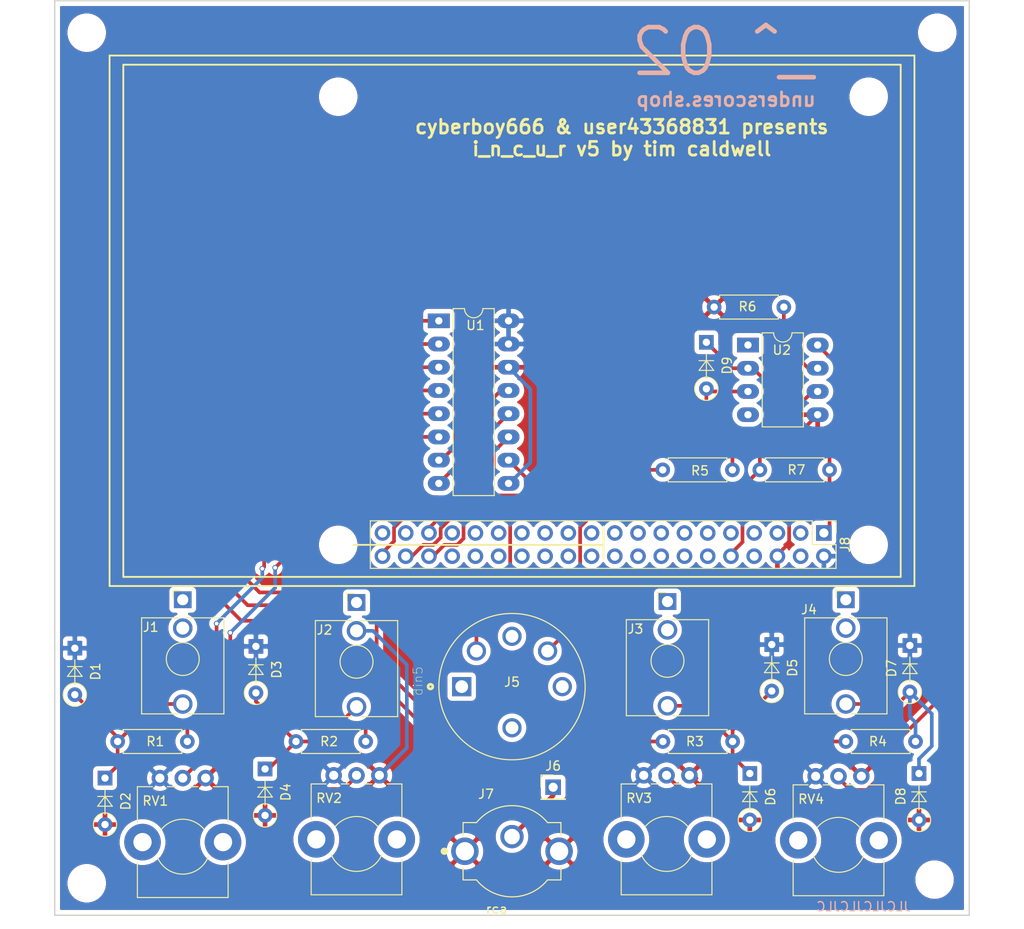
<source format=kicad_pcb>
(kicad_pcb (version 20171130) (host pcbnew 5.1.10)
  (title_block (title "i_n_c_u_r v5") (date 2019-06-01) (company "cyberboy666 & user43368831"))
  (layers (0 F.Cu signal) (31 B.Cu signal) (35 F.Paste user) (36 B.SilkS user) (37 F.SilkS user) (38 B.Mask user) (39 F.Mask user) (44 Edge.Cuts user))
  (net 0 "")
  (net 1 +5V)
  (net 2 "Net-(D1-Pad2)")
  (net 3 GND)
  (net 4 "Net-(D3-Pad2)")
  (net 5 "Net-(D5-Pad2)")
  (net 6 "Net-(D7-Pad2)")
  (net 7 "Net-(D9-Pad1)")
  (net 8 "Net-(D9-Pad2)")
  (net 9 "Net-(J5-Pad3)")
  (net 10 "Net-(J5-Pad1)")
  (net 11 "Net-(J5-Pad2)")
  (net 12 CLK)
  (net 13 D_OUT)
  (net 14 D_IN)
  (net 15 CS)
  (net 16 RX)
  (net 17 +3V3)
  (net 18 A_IN_0)
  (net 19 A_IN_1)
  (net 20 A_IN_2)
  (net 21 A_IN_3)
  (net 22 "Net-(R6-Pad2)")
  (net 23 A_IN_4)
  (net 24 A_IN_5)
  (net 25 A_IN_6)
  (net 26 A_IN_7)
  (net 27 "Net-(U2-Pad1)")
  (net 28 "Net-(U2-Pad4)")
  (net 29 "Net-(J6-Pad1)")
  (net 30 "Net-(J8-Pad3)")
  (net 31 "Net-(J8-Pad4)")
  (net 32 "Net-(J8-Pad5)")
  (net 33 "Net-(J8-Pad7)")
  (net 34 "Net-(J8-Pad8)")
  (net 35 "Net-(J8-Pad9)")
  (net 36 "Net-(J8-Pad11)")
  (net 37 "Net-(J8-Pad12)")
  (net 38 "Net-(J8-Pad13)")
  (net 39 "Net-(J8-Pad14)")
  (net 40 "Net-(J8-Pad15)")
  (net 41 "Net-(J8-Pad16)")
  (net 42 "Net-(J8-Pad17)")
  (net 43 "Net-(J8-Pad18)")
  (net 44 "Net-(J8-Pad19)")
  (net 45 "Net-(J8-Pad20)")
  (net 46 "Net-(J8-Pad21)")
  (net 47 "Net-(J8-Pad22)")
  (net 48 "Net-(J8-Pad23)")
  (net 49 "Net-(J8-Pad24)")
  (net 50 "Net-(J8-Pad25)")
  (net 51 "Net-(J8-Pad26)")
  (net 52 "Net-(J8-Pad27)")
  (net 53 "Net-(J8-Pad28)")
  (net 54 "Net-(J8-Pad29)")
  (net 55 "Net-(J8-Pad30)")
  (net 56 "Net-(J8-Pad31)")
  (net 57 "Net-(J8-Pad32)")
  (net 58 "Net-(J8-Pad33)")
  (net 59 "Net-(J8-Pad34)")
  (net 60 "Net-(J8-Pad37)")
  (net 61 "Net-(J8-Pad39)")
  (net 62 "Net-(J5-Pad4)")
  (module lib_fp:tht_vertical_din5 (layer F.Cu) (at 120 115 270)
    (fp_text reference J5 (at -0.5 0) (layer F.SilkS) (effects (font (size 1.00746 1.00746))))
    (fp_text value din5 (at -0.60531 10.288 90) (layer F.SilkS) (effects (font (size 1.00702 1.00702) (thickness 0.05))))
    (pad 5 thru_hole circle (at -3.89 -3.89 270) (size 2.1 2.1) (drill 1.4) (layers *.Cu *.Mask) (net 8 "Net-(D9-Pad2)"))
    (pad 4 thru_hole circle (at -3.89 3.89 270) (size 2.1 2.1) (drill 1.4) (layers *.Cu *.Mask) (net 62 "Net-(J5-Pad4)"))
    (pad S thru_hole circle (at 4.5 0 270) (size 2.1 2.1) (drill 1.4) (layers *.Cu *.Mask))
    (pad 2 thru_hole circle (at -5.5 0 270) (size 2.1 2.1) (drill 1.4) (layers *.Cu *.Mask) (net 11 "Net-(J5-Pad2)"))
    (pad 1 thru_hole rect (at 0 5.5 270) (size 2.1 2.1) (drill 1.4) (layers *.Cu *.Mask) (net 10 "Net-(J5-Pad1)"))
    (pad 3 thru_hole circle (at 0 -5.5 270) (size 2.1 2.1) (drill 1.4) (layers *.Cu *.Mask) (net 9 "Net-(J5-Pad3)"))
  )
  (module lib_fp:tht_rca_vertical (layer F.Cu) (at 120 133)
    (fp_text reference J7 (at -2.84404 -6.24388) (layer F.SilkS) (effects (font (size 1.00143 1.00143))))
    (fp_text value rca (at -1.67672 6.32154) (layer F.SilkS) (effects (font (size 1.00104 1.00104))))
    (pad 1 thru_hole circle (at 0 -1.6) (size 2.55 2.55) (drill 1.7) (layers *.Cu *.Mask) (net 29 "Net-(J6-Pad1)"))
    (pad 2 thru_hole circle (at 5.15 0) (size 3 3) (drill 2) (layers *.Cu *.Mask) (net 3 GND))
    (pad 2 thru_hole circle (at -5.15 0) (size 3 3) (drill 2) (layers *.Cu *.Mask) (net 3 GND))
  )
  (module lib_fp:tht_vertical_potentiometer (layer F.Cu) (at 81.5 125 270)
    (fp_text reference RV1 (at 2.5 0.5) (layer F.SilkS))
    (fp_text value 10k_pot)
    (pad 0 np_thru_hole circle (at 7 1.9 270) (size 4 4) (drill 2) (layers *.Cu *.Mask))
    (pad 0 np_thru_hole circle (at 7 -6.9 270) (size 4 4) (drill 2) (layers *.Cu *.Mask))
    (pad 1 thru_hole circle (at 0 0 270) (size 1.8 1.8) (drill 1) (layers *.Cu *.Mask) (net 1 +5V))
    (pad 2 thru_hole circle (at 0 -2.5 270) (size 1.8 1.8) (drill 1) (layers *.Cu *.Mask) (net 23 A_IN_4))
    (pad 3 thru_hole circle (at 0 -5 270) (size 1.8 1.8) (drill 1) (layers *.Cu *.Mask) (net 3 GND))
  )
  (module lib_fp:tht_vertical_potentiometer (layer F.Cu) (at 100.5 124.7 270)
    (fp_text reference RV2 (at 2.5 0.5) (layer F.SilkS))
    (fp_text value 10k_pot)
    (pad 0 np_thru_hole circle (at 7 1.9 270) (size 4 4) (drill 2) (layers *.Cu *.Mask))
    (pad 0 np_thru_hole circle (at 7 -6.9 270) (size 4 4) (drill 2) (layers *.Cu *.Mask))
    (pad 1 thru_hole circle (at 0 0 270) (size 1.8 1.8) (drill 1) (layers *.Cu *.Mask) (net 1 +5V))
    (pad 2 thru_hole circle (at 0 -2.5 270) (size 1.8 1.8) (drill 1) (layers *.Cu *.Mask) (net 24 A_IN_5))
    (pad 3 thru_hole circle (at 0 -5 270) (size 1.8 1.8) (drill 1) (layers *.Cu *.Mask) (net 3 GND))
  )
  (module lib_fp:tht_vertical_potentiometer (layer F.Cu) (at 134.4 124.7 270)
    (fp_text reference RV3 (at 2.5 0.5) (layer F.SilkS))
    (fp_text value 10k_pot)
    (pad 0 np_thru_hole circle (at 7 1.9 270) (size 4 4) (drill 2) (layers *.Cu *.Mask))
    (pad 0 np_thru_hole circle (at 7 -6.9 270) (size 4 4) (drill 2) (layers *.Cu *.Mask))
    (pad 1 thru_hole circle (at 0 0 270) (size 1.8 1.8) (drill 1) (layers *.Cu *.Mask) (net 1 +5V))
    (pad 2 thru_hole circle (at 0 -2.5 270) (size 1.8 1.8) (drill 1) (layers *.Cu *.Mask) (net 25 A_IN_6))
    (pad 3 thru_hole circle (at 0 -5 270) (size 1.8 1.8) (drill 1) (layers *.Cu *.Mask) (net 3 GND))
  )
  (module lib_fp:tht_vertical_potentiometer (layer F.Cu) (at 153.2 124.8 270)
    (fp_text reference RV4 (at 2.5 0.5) (layer F.SilkS))
    (fp_text value 10k_pot)
    (pad 0 np_thru_hole circle (at 7 1.9 270) (size 4 4) (drill 2) (layers *.Cu *.Mask))
    (pad 0 np_thru_hole circle (at 7 -6.9 270) (size 4 4) (drill 2) (layers *.Cu *.Mask))
    (pad 1 thru_hole circle (at 0 0 270) (size 1.8 1.8) (drill 1) (layers *.Cu *.Mask) (net 1 +5V))
    (pad 2 thru_hole circle (at 0 -2.5 270) (size 1.8 1.8) (drill 1) (layers *.Cu *.Mask) (net 26 A_IN_7))
    (pad 3 thru_hole circle (at 0 -5 270) (size 1.8 1.8) (drill 1) (layers *.Cu *.Mask) (net 3 GND))
  )
  (module lib_fp:Jack_3.5mm_QingPu_WQP-PJ398SM_Vertical_CircularHoles (layer F.Cu) (at 84 105.5)
    (fp_text reference J1 (at -3.5 3 180) (layer F.SilkS))
    (fp_text value mono_jack_3.5mm)
    (pad TN thru_hole circle (at 0 3.1 180) (size 2.13 2.13) (drill 1.42) (layers *.Cu *.Mask))
    (pad S thru_hole rect (at 0 0 180) (size 1.93 1.83) (drill 1.22) (layers *.Cu *.Mask))
    (pad T thru_hole circle (at 0 11.4 180) (size 2.13 2.13) (drill 1.43) (layers *.Cu *.Mask))
  )
  (module lib_fp:Jack_3.5mm_QingPu_WQP-PJ398SM_Vertical_CircularHoles (layer F.Cu) (at 103 105.8)
    (fp_text reference J2 (at -3.5 3 180) (layer F.SilkS))
    (fp_text value mono_jack_3.5mm)
    (pad TN thru_hole circle (at 0 3.1 180) (size 2.13 2.13) (drill 1.42) (layers *.Cu *.Mask))
    (pad S thru_hole rect (at 0 0 180) (size 1.93 1.83) (drill 1.22) (layers *.Cu *.Mask))
    (pad T thru_hole circle (at 0 11.4 180) (size 2.13 2.13) (drill 1.43) (layers *.Cu *.Mask))
  )
  (module lib_fp:Jack_3.5mm_QingPu_WQP-PJ398SM_Vertical_CircularHoles (layer F.Cu) (at 137 105.7)
    (fp_text reference J3 (at -3.5 3 180) (layer F.SilkS))
    (fp_text value mono_jack_3.5mm)
    (pad TN thru_hole circle (at 0 3.1 180) (size 2.13 2.13) (drill 1.42) (layers *.Cu *.Mask))
    (pad S thru_hole rect (at 0 0 180) (size 1.93 1.83) (drill 1.22) (layers *.Cu *.Mask))
    (pad T thru_hole circle (at 0 11.4 180) (size 2.13 2.13) (drill 1.43) (layers *.Cu *.Mask))
  )
  (module lib_fp:Jack_3.5mm_QingPu_WQP-PJ398SM_Vertical_CircularHoles (layer F.Cu) (at 156.5 105.5)
    (fp_text reference J4 (at -4.03 1.08 180) (layer F.SilkS))
    (fp_text value mono_jack_3.5mm)
    (pad TN thru_hole circle (at 0 3.1 180) (size 2.13 2.13) (drill 1.42) (layers *.Cu *.Mask))
    (pad S thru_hole rect (at 0 0 180) (size 1.93 1.83) (drill 1.22) (layers *.Cu *.Mask))
    (pad T thru_hole circle (at 0 11.4 180) (size 2.13 2.13) (drill 1.43) (layers *.Cu *.Mask))
  )
  (module Diodes_THT:D_DO-35_SOD27_P5.08mm_Vertical_KathodeUp (layer F.Cu) (at 72.2 110.8 270)
    (fp_text reference D1 (at 2.54 -2.266371 270) (layer F.SilkS))
    (fp_text value BAT46)
    (pad 1 thru_hole rect (at 0 0 270) (size 1.6 1.6) (drill 0.8) (layers *.Cu *.Mask) (net 1 +5V))
    (pad 2 thru_hole oval (at 5.08 0 270) (size 1.6 1.6) (drill 0.8) (layers *.Cu *.Mask) (net 2 "Net-(D1-Pad2)"))
  )
  (module Diodes_THT:D_DO-35_SOD27_P5.08mm_Vertical_KathodeUp (layer F.Cu) (at 75.5 125 270)
    (fp_text reference D2 (at 2.54 -2.266371 270) (layer F.SilkS))
    (fp_text value BAT46)
    (pad 1 thru_hole rect (at 0 0 270) (size 1.6 1.6) (drill 0.8) (layers *.Cu *.Mask) (net 2 "Net-(D1-Pad2)"))
    (pad 2 thru_hole oval (at 5.08 0 270) (size 1.6 1.6) (drill 0.8) (layers *.Cu *.Mask) (net 3 GND))
  )
  (module Diodes_THT:D_DO-35_SOD27_P5.08mm_Vertical_KathodeUp (layer F.Cu) (at 92 110.6 270)
    (fp_text reference D3 (at 2.54 -2.266371 270) (layer F.SilkS))
    (fp_text value BAT46)
    (pad 1 thru_hole rect (at 0 0 270) (size 1.6 1.6) (drill 0.8) (layers *.Cu *.Mask) (net 1 +5V))
    (pad 2 thru_hole oval (at 5.08 0 270) (size 1.6 1.6) (drill 0.8) (layers *.Cu *.Mask) (net 4 "Net-(D3-Pad2)"))
  )
  (module Diodes_THT:D_DO-35_SOD27_P5.08mm_Vertical_KathodeUp (layer F.Cu) (at 93 124 270)
    (fp_text reference D4 (at 2.54 -2.266371 270) (layer F.SilkS))
    (fp_text value BAT46)
    (pad 1 thru_hole rect (at 0 0 270) (size 1.6 1.6) (drill 0.8) (layers *.Cu *.Mask) (net 4 "Net-(D3-Pad2)"))
    (pad 2 thru_hole oval (at 5.08 0 270) (size 1.6 1.6) (drill 0.8) (layers *.Cu *.Mask) (net 3 GND))
  )
  (module Diodes_THT:D_DO-35_SOD27_P5.08mm_Vertical_KathodeUp (layer F.Cu) (at 148.4 110.4 270)
    (fp_text reference D5 (at 2.54 -2.266371 270) (layer F.SilkS))
    (fp_text value BAT46)
    (pad 1 thru_hole rect (at 0 0 270) (size 1.6 1.6) (drill 0.8) (layers *.Cu *.Mask) (net 1 +5V))
    (pad 2 thru_hole oval (at 5.08 0 270) (size 1.6 1.6) (drill 0.8) (layers *.Cu *.Mask) (net 5 "Net-(D5-Pad2)"))
  )
  (module Diodes_THT:D_DO-35_SOD27_P5.08mm_Vertical_KathodeUp (layer F.Cu) (at 146 124.5 270)
    (fp_text reference D6 (at 2.54 -2.266371 270) (layer F.SilkS))
    (fp_text value BAT46)
    (pad 1 thru_hole rect (at 0 0 270) (size 1.6 1.6) (drill 0.8) (layers *.Cu *.Mask) (net 5 "Net-(D5-Pad2)"))
    (pad 2 thru_hole oval (at 5.08 0 270) (size 1.6 1.6) (drill 0.8) (layers *.Cu *.Mask) (net 3 GND))
  )
  (module Diodes_THT:D_DO-35_SOD27_P5.08mm_Vertical_KathodeUp (layer F.Cu) (at 163.5 110.5 270)
    (fp_text reference D7 (at 2.5 2 270) (layer F.SilkS))
    (fp_text value BAT46)
    (pad 1 thru_hole rect (at 0 0 270) (size 1.6 1.6) (drill 0.8) (layers *.Cu *.Mask) (net 1 +5V))
    (pad 2 thru_hole oval (at 5.08 0 270) (size 1.6 1.6) (drill 0.8) (layers *.Cu *.Mask) (net 6 "Net-(D7-Pad2)"))
  )
  (module Diodes_THT:D_DO-35_SOD27_P5.08mm_Vertical_KathodeUp (layer F.Cu) (at 164.5 124.5 270)
    (fp_text reference D8 (at 2.5 2 270) (layer F.SilkS))
    (fp_text value BAT46)
    (pad 1 thru_hole rect (at 0 0 270) (size 1.6 1.6) (drill 0.8) (layers *.Cu *.Mask) (net 6 "Net-(D7-Pad2)"))
    (pad 2 thru_hole oval (at 5.08 0 270) (size 1.6 1.6) (drill 0.8) (layers *.Cu *.Mask) (net 3 GND))
  )
  (module Diodes_THT:D_DO-35_SOD27_P5.08mm_Vertical_KathodeUp (layer F.Cu) (at 141.25 77.35 270)
    (fp_text reference D9 (at 2.54 -2.266371 270) (layer F.SilkS))
    (fp_text value 1N4148)
    (pad 1 thru_hole rect (at 0 0 270) (size 1.6 1.6) (drill 0.8) (layers *.Cu *.Mask) (net 7 "Net-(D9-Pad1)"))
    (pad 2 thru_hole oval (at 5.08 0 270) (size 1.6 1.6) (drill 0.8) (layers *.Cu *.Mask) (net 8 "Net-(D9-Pad2)"))
  )
  (module Pin_Headers:Pin_Header_Straight_1x01_Pitch2.54mm (layer F.Cu) (at 124.5 126)
    (fp_text reference J6 (at 0 -2.33) (layer F.SilkS))
    (fp_text value Conn_01x01)
    (pad 1 thru_hole rect (at 0 0) (size 1.7 1.7) (drill 1) (layers *.Cu *.Mask) (net 29 "Net-(J6-Pad1)"))
  )
  (module Resistors_THT:R_Axial_DIN0207_L6.3mm_D2.5mm_P7.62mm_Horizontal (layer F.Cu) (at 84.5 121 180)
    (fp_text reference R1 (at 3.5 0 180) (layer F.SilkS))
    (fp_text value 1K)
    (pad 1 thru_hole circle (at 0 0 180) (size 1.6 1.6) (drill 0.8) (layers *.Cu *.Mask) (net 18 A_IN_0))
    (pad 2 thru_hole oval (at 7.62 0 180) (size 1.6 1.6) (drill 0.8) (layers *.Cu *.Mask) (net 2 "Net-(D1-Pad2)"))
  )
  (module Resistors_THT:R_Axial_DIN0207_L6.3mm_D2.5mm_P7.62mm_Horizontal (layer F.Cu) (at 104 121 180)
    (fp_text reference R2 (at 4 0 180) (layer F.SilkS))
    (fp_text value 1K)
    (pad 1 thru_hole circle (at 0 0 180) (size 1.6 1.6) (drill 0.8) (layers *.Cu *.Mask) (net 19 A_IN_1))
    (pad 2 thru_hole oval (at 7.62 0 180) (size 1.6 1.6) (drill 0.8) (layers *.Cu *.Mask) (net 4 "Net-(D3-Pad2)"))
  )
  (module Resistors_THT:R_Axial_DIN0207_L6.3mm_D2.5mm_P7.62mm_Horizontal (layer F.Cu) (at 136.5 121)
    (fp_text reference R3 (at 3.5 0) (layer F.SilkS))
    (fp_text value 1K)
    (pad 1 thru_hole circle (at 0 0) (size 1.6 1.6) (drill 0.8) (layers *.Cu *.Mask) (net 20 A_IN_2))
    (pad 2 thru_hole oval (at 7.62 0) (size 1.6 1.6) (drill 0.8) (layers *.Cu *.Mask) (net 5 "Net-(D5-Pad2)"))
  )
  (module Resistors_THT:R_Axial_DIN0207_L6.3mm_D2.5mm_P7.62mm_Horizontal (layer F.Cu) (at 156.5 121)
    (fp_text reference R4 (at 3.5 0) (layer F.SilkS))
    (fp_text value 1K)
    (pad 1 thru_hole circle (at 0 0) (size 1.6 1.6) (drill 0.8) (layers *.Cu *.Mask) (net 21 A_IN_3))
    (pad 2 thru_hole oval (at 7.62 0) (size 1.6 1.6) (drill 0.8) (layers *.Cu *.Mask) (net 6 "Net-(D7-Pad2)"))
  )
  (module Resistors_THT:R_Axial_DIN0207_L6.3mm_D2.5mm_P7.62mm_Horizontal (layer F.Cu) (at 144.1 91.3 180)
    (fp_text reference R5 (at 3.55 -0.1 180) (layer F.SilkS))
    (fp_text value 220)
    (pad 1 thru_hole circle (at 0 0 180) (size 1.6 1.6) (drill 0.8) (layers *.Cu *.Mask) (net 7 "Net-(D9-Pad1)"))
    (pad 2 thru_hole oval (at 7.62 0 180) (size 1.6 1.6) (drill 0.8) (layers *.Cu *.Mask) (net 62 "Net-(J5-Pad4)"))
  )
  (module Resistors_THT:R_Axial_DIN0207_L6.3mm_D2.5mm_P7.62mm_Horizontal (layer F.Cu) (at 142.1 73.5)
    (fp_text reference R6 (at 3.65 -0.05) (layer F.SilkS))
    (fp_text value 100K)
    (pad 1 thru_hole circle (at 0 0) (size 1.6 1.6) (drill 0.8) (layers *.Cu *.Mask) (net 3 GND))
    (pad 2 thru_hole oval (at 7.62 0) (size 1.6 1.6) (drill 0.8) (layers *.Cu *.Mask) (net 22 "Net-(R6-Pad2)"))
  )
  (module Resistors_THT:R_Axial_DIN0207_L6.3mm_D2.5mm_P7.62mm_Horizontal (layer F.Cu) (at 147.1 91.3)
    (fp_text reference R7 (at 4 0) (layer F.SilkS))
    (fp_text value 470)
    (pad 1 thru_hole circle (at 0 0) (size 1.6 1.6) (drill 0.8) (layers *.Cu *.Mask) (net 16 RX))
    (pad 2 thru_hole oval (at 7.62 0) (size 1.6 1.6) (drill 0.8) (layers *.Cu *.Mask) (net 17 +3V3))
  )
  (module Housings_DIP:DIP-16_W7.62mm_LongPads (layer F.Cu) (at 112 75)
    (fp_text reference U1 (at 4 0.5) (layer F.SilkS))
    (fp_text value MCP3008)
    (pad 1 thru_hole rect (at 0 0) (size 2.4 1.6) (drill 0.8) (layers *.Cu *.Mask) (net 18 A_IN_0))
    (pad 9 thru_hole oval (at 7.62 17.78) (size 2.4 1.6) (drill 0.8) (layers *.Cu *.Mask) (net 3 GND))
    (pad 2 thru_hole oval (at 0 2.54) (size 2.4 1.6) (drill 0.8) (layers *.Cu *.Mask) (net 19 A_IN_1))
    (pad 10 thru_hole oval (at 7.62 15.24) (size 2.4 1.6) (drill 0.8) (layers *.Cu *.Mask) (net 15 CS))
    (pad 3 thru_hole oval (at 0 5.08) (size 2.4 1.6) (drill 0.8) (layers *.Cu *.Mask) (net 20 A_IN_2))
    (pad 11 thru_hole oval (at 7.62 12.7) (size 2.4 1.6) (drill 0.8) (layers *.Cu *.Mask) (net 14 D_IN))
    (pad 4 thru_hole oval (at 0 7.62) (size 2.4 1.6) (drill 0.8) (layers *.Cu *.Mask) (net 21 A_IN_3))
    (pad 12 thru_hole oval (at 7.62 10.16) (size 2.4 1.6) (drill 0.8) (layers *.Cu *.Mask) (net 13 D_OUT))
    (pad 5 thru_hole oval (at 0 10.16) (size 2.4 1.6) (drill 0.8) (layers *.Cu *.Mask) (net 23 A_IN_4))
    (pad 13 thru_hole oval (at 7.62 7.62) (size 2.4 1.6) (drill 0.8) (layers *.Cu *.Mask) (net 12 CLK))
    (pad 6 thru_hole oval (at 0 12.7) (size 2.4 1.6) (drill 0.8) (layers *.Cu *.Mask) (net 24 A_IN_5))
    (pad 14 thru_hole oval (at 7.62 5.08) (size 2.4 1.6) (drill 0.8) (layers *.Cu *.Mask) (net 3 GND))
    (pad 7 thru_hole oval (at 0 15.24) (size 2.4 1.6) (drill 0.8) (layers *.Cu *.Mask) (net 25 A_IN_6))
    (pad 15 thru_hole oval (at 7.62 2.54) (size 2.4 1.6) (drill 0.8) (layers *.Cu *.Mask) (net 1 +5V))
    (pad 8 thru_hole oval (at 0 17.78) (size 2.4 1.6) (drill 0.8) (layers *.Cu *.Mask) (net 26 A_IN_7))
    (pad 16 thru_hole oval (at 7.62 0) (size 2.4 1.6) (drill 0.8) (layers *.Cu *.Mask) (net 1 +5V))
  )
  (module Housings_DIP:DIP-8_W7.62mm_LongPads (layer F.Cu) (at 145.8 77.65)
    (fp_text reference U2 (at 3.7 0.55) (layer F.SilkS))
    (fp_text value 6N138)
    (pad 1 thru_hole rect (at 0 0) (size 2.4 1.6) (drill 0.8) (layers *.Cu *.Mask) (net 27 "Net-(U2-Pad1)"))
    (pad 5 thru_hole oval (at 7.62 7.62) (size 2.4 1.6) (drill 0.8) (layers *.Cu *.Mask) (net 3 GND))
    (pad 2 thru_hole oval (at 0 2.54) (size 2.4 1.6) (drill 0.8) (layers *.Cu *.Mask) (net 7 "Net-(D9-Pad1)"))
    (pad 6 thru_hole oval (at 7.62 5.08) (size 2.4 1.6) (drill 0.8) (layers *.Cu *.Mask) (net 16 RX))
    (pad 3 thru_hole oval (at 0 5.08) (size 2.4 1.6) (drill 0.8) (layers *.Cu *.Mask) (net 8 "Net-(D9-Pad2)"))
    (pad 7 thru_hole oval (at 7.62 2.54) (size 2.4 1.6) (drill 0.8) (layers *.Cu *.Mask) (net 22 "Net-(R6-Pad2)"))
    (pad 4 thru_hole oval (at 0 7.62) (size 2.4 1.6) (drill 0.8) (layers *.Cu *.Mask) (net 28 "Net-(U2-Pad4)"))
    (pad 8 thru_hole oval (at 7.62 0) (size 2.4 1.6) (drill 0.8) (layers *.Cu *.Mask) (net 17 +3V3))
  )
  (module Mounting_Holes:MountingHole_3.2mm_M3 (layer F.Cu) (at 73.5 43.5)
    (fp_text reference REF** hide)
    (fp_text value MountingHole_3.2mm_M3)
    (pad 1 np_thru_hole circle (at 0 0) (size 3.2 3.2) (drill 3.2) (layers *.Cu *.Mask))
  )
  (module Mounting_Holes:MountingHole_3.2mm_M3 (layer F.Cu) (at 166.5 43.5)
    (fp_text reference REF** hide)
    (fp_text value MountingHole_3.2mm_M3)
    (pad 1 np_thru_hole circle (at 0 0) (size 3.2 3.2) (drill 3.2) (layers *.Cu *.Mask))
  )
  (module Mounting_Holes:MountingHole_3.2mm_M3 (layer F.Cu) (at 73.5 136.5)
    (fp_text reference REF** hide)
    (fp_text value MountingHole_3.2mm_M3)
    (pad 1 np_thru_hole circle (at 0 0) (size 3.2 3.2) (drill 3.2) (layers *.Cu *.Mask))
  )
  (module Mounting_Holes:MountingHole_3.2mm_M3 (layer F.Cu) (at 166.2 136.1)
    (fp_text reference REF** hide)
    (fp_text value MountingHole_3.2mm_M3)
    (pad 1 np_thru_hole circle (at 0 0) (size 3.2 3.2) (drill 3.2) (layers *.Cu *.Mask))
  )
  (module Mounting_Holes:MountingHole_3.2mm_M3 (layer F.Cu) (at 101 50.5)
    (fp_text reference REF** hide)
    (fp_text value MountingHole_3.2mm)
    (pad 1 np_thru_hole circle (at 0 0) (size 3.2 3.2) (drill 3.2) (layers *.Cu *.Mask))
  )
  (module Mounting_Holes:MountingHole_3.2mm_M3 (layer F.Cu) (at 159 50.5)
    (fp_text reference REF** hide)
    (fp_text value MountingHole_3.2mm)
    (pad 1 np_thru_hole circle (at 0 0) (size 3.2 3.2) (drill 3.2) (layers *.Cu *.Mask))
  )
  (module Mounting_Holes:MountingHole_3.2mm_M3 (layer F.Cu) (at 159 99.5)
    (fp_text reference REF** hide)
    (fp_text value MountingHole_3.2mm)
    (pad 1 np_thru_hole circle (at 0 0) (size 3.2 3.2) (drill 3.2) (layers *.Cu *.Mask))
  )
  (module Mounting_Holes:MountingHole_3.2mm_M3 (layer F.Cu) (at 101 99.5)
    (fp_text reference REF** hide)
    (fp_text value MountingHole_3.2mm)
    (pad 1 np_thru_hole circle (at 0 0) (size 3.2 3.2) (drill 3.2) (layers *.Cu *.Mask))
  )
  (module Connector_PinHeader_2.54mm:PinHeader_2x20_P2.54mm_Vertical (layer F.Cu) (at 154.1 98.2 270)
    (fp_text reference J8 (at 1.27 -2.33 90) (layer F.SilkS))
    (fp_text value 2x20_Extra_Tall_Header)
    (pad 1 thru_hole rect (at 0 0 270) (size 1.7 1.7) (drill 1) (layers *.Cu *.Mask) (net 17 +3V3))
    (pad 2 thru_hole oval (at 2.54 0 270) (size 1.7 1.7) (drill 1) (layers *.Cu *.Mask) (net 1 +5V))
    (pad 3 thru_hole oval (at 0 2.54 270) (size 1.7 1.7) (drill 1) (layers *.Cu *.Mask) (net 30 "Net-(J8-Pad3)"))
    (pad 4 thru_hole oval (at 2.54 2.54 270) (size 1.7 1.7) (drill 1) (layers *.Cu *.Mask) (net 31 "Net-(J8-Pad4)"))
    (pad 5 thru_hole oval (at 0 5.08 270) (size 1.7 1.7) (drill 1) (layers *.Cu *.Mask) (net 32 "Net-(J8-Pad5)"))
    (pad 6 thru_hole oval (at 2.54 5.08 270) (size 1.7 1.7) (drill 1) (layers *.Cu *.Mask) (net 3 GND))
    (pad 7 thru_hole oval (at 0 7.62 270) (size 1.7 1.7) (drill 1) (layers *.Cu *.Mask) (net 33 "Net-(J8-Pad7)"))
    (pad 8 thru_hole oval (at 2.54 7.62 270) (size 1.7 1.7) (drill 1) (layers *.Cu *.Mask) (net 34 "Net-(J8-Pad8)"))
    (pad 9 thru_hole oval (at 0 10.16 270) (size 1.7 1.7) (drill 1) (layers *.Cu *.Mask) (net 35 "Net-(J8-Pad9)"))
    (pad 10 thru_hole oval (at 2.54 10.16 270) (size 1.7 1.7) (drill 1) (layers *.Cu *.Mask) (net 16 RX))
    (pad 11 thru_hole oval (at 0 12.7 270) (size 1.7 1.7) (drill 1) (layers *.Cu *.Mask) (net 36 "Net-(J8-Pad11)"))
    (pad 12 thru_hole oval (at 2.54 12.7 270) (size 1.7 1.7) (drill 1) (layers *.Cu *.Mask) (net 37 "Net-(J8-Pad12)"))
    (pad 13 thru_hole oval (at 0 15.24 270) (size 1.7 1.7) (drill 1) (layers *.Cu *.Mask) (net 38 "Net-(J8-Pad13)"))
    (pad 14 thru_hole oval (at 2.54 15.24 270) (size 1.7 1.7) (drill 1) (layers *.Cu *.Mask) (net 39 "Net-(J8-Pad14)"))
    (pad 15 thru_hole oval (at 0 17.78 270) (size 1.7 1.7) (drill 1) (layers *.Cu *.Mask) (net 40 "Net-(J8-Pad15)"))
    (pad 16 thru_hole oval (at 2.54 17.78 270) (size 1.7 1.7) (drill 1) (layers *.Cu *.Mask) (net 41 "Net-(J8-Pad16)"))
    (pad 17 thru_hole oval (at 0 20.32 270) (size 1.7 1.7) (drill 1) (layers *.Cu *.Mask) (net 42 "Net-(J8-Pad17)"))
    (pad 18 thru_hole oval (at 2.54 20.32 270) (size 1.7 1.7) (drill 1) (layers *.Cu *.Mask) (net 43 "Net-(J8-Pad18)"))
    (pad 19 thru_hole oval (at 0 22.86 270) (size 1.7 1.7) (drill 1) (layers *.Cu *.Mask) (net 44 "Net-(J8-Pad19)"))
    (pad 20 thru_hole oval (at 2.54 22.86 270) (size 1.7 1.7) (drill 1) (layers *.Cu *.Mask) (net 45 "Net-(J8-Pad20)"))
    (pad 21 thru_hole oval (at 0 25.4 270) (size 1.7 1.7) (drill 1) (layers *.Cu *.Mask) (net 46 "Net-(J8-Pad21)"))
    (pad 22 thru_hole oval (at 2.54 25.4 270) (size 1.7 1.7) (drill 1) (layers *.Cu *.Mask) (net 47 "Net-(J8-Pad22)"))
    (pad 23 thru_hole oval (at 0 27.94 270) (size 1.7 1.7) (drill 1) (layers *.Cu *.Mask) (net 48 "Net-(J8-Pad23)"))
    (pad 24 thru_hole oval (at 2.54 27.94 270) (size 1.7 1.7) (drill 1) (layers *.Cu *.Mask) (net 49 "Net-(J8-Pad24)"))
    (pad 25 thru_hole oval (at 0 30.48 270) (size 1.7 1.7) (drill 1) (layers *.Cu *.Mask) (net 50 "Net-(J8-Pad25)"))
    (pad 26 thru_hole oval (at 2.54 30.48 270) (size 1.7 1.7) (drill 1) (layers *.Cu *.Mask) (net 51 "Net-(J8-Pad26)"))
    (pad 27 thru_hole oval (at 0 33.02 270) (size 1.7 1.7) (drill 1) (layers *.Cu *.Mask) (net 52 "Net-(J8-Pad27)"))
    (pad 28 thru_hole oval (at 2.54 33.02 270) (size 1.7 1.7) (drill 1) (layers *.Cu *.Mask) (net 53 "Net-(J8-Pad28)"))
    (pad 29 thru_hole oval (at 0 35.56 270) (size 1.7 1.7) (drill 1) (layers *.Cu *.Mask) (net 54 "Net-(J8-Pad29)"))
    (pad 30 thru_hole oval (at 2.54 35.56 270) (size 1.7 1.7) (drill 1) (layers *.Cu *.Mask) (net 55 "Net-(J8-Pad30)"))
    (pad 31 thru_hole oval (at 0 38.1 270) (size 1.7 1.7) (drill 1) (layers *.Cu *.Mask) (net 56 "Net-(J8-Pad31)"))
    (pad 32 thru_hole oval (at 2.54 38.1 270) (size 1.7 1.7) (drill 1) (layers *.Cu *.Mask) (net 57 "Net-(J8-Pad32)"))
    (pad 33 thru_hole oval (at 0 40.64 270) (size 1.7 1.7) (drill 1) (layers *.Cu *.Mask) (net 58 "Net-(J8-Pad33)"))
    (pad 34 thru_hole oval (at 2.54 40.64 270) (size 1.7 1.7) (drill 1) (layers *.Cu *.Mask) (net 59 "Net-(J8-Pad34)"))
    (pad 35 thru_hole oval (at 0 43.18 270) (size 1.7 1.7) (drill 1) (layers *.Cu *.Mask) (net 13 D_OUT))
    (pad 36 thru_hole oval (at 2.54 43.18 270) (size 1.7 1.7) (drill 1) (layers *.Cu *.Mask) (net 15 CS))
    (pad 37 thru_hole oval (at 0 45.72 270) (size 1.7 1.7) (drill 1) (layers *.Cu *.Mask) (net 60 "Net-(J8-Pad37)"))
    (pad 38 thru_hole oval (at 2.54 45.72 270) (size 1.7 1.7) (drill 1) (layers *.Cu *.Mask) (net 14 D_IN))
    (pad 39 thru_hole oval (at 0 48.26 270) (size 1.7 1.7) (drill 1) (layers *.Cu *.Mask) (net 61 "Net-(J8-Pad39)"))
    (pad 40 thru_hole oval (at 2.54 48.26 270) (size 1.7 1.7) (drill 1) (layers *.Cu *.Mask) (net 12 CLK))
  )
  (gr_text JLCJLCJLCJLC (at 158.425 139.05) (layer B.SilkS) (effects (font (size 1 1)) (justify mirror)))
  (gr_text "_^ 02" (at 143 45.6) (layer B.SilkS) (effects (font (size 5 5) (thickness 0.5)) (justify mirror)))
  (gr_text underscores.shop (at 143.4 50.8) (layer B.SilkS) (effects (font (size 1.5 1.5) (thickness 0.3)) (justify mirror)))
  (gr_text "cyberboy666 & user43368831 presents\ni_n_c_u_r v5 by tim caldwell" (at 132 55) (layer F.SilkS) (effects (font (size 1.5 1.5) (thickness 0.3))))
  (gr_line (start 130 97.5) (end 130 101) (angle 90) (layer F.SilkS) (width 0.2))
  (gr_line (start 130 99.5) (end 130 97.5) (angle 90) (layer F.SilkS) (width 0.2))
  (gr_line (start 130 99.5) (end 101 99.5) (angle 90) (layer F.SilkS) (width 0.2))
  (gr_line (start 162.5 47) (end 77.5 47) (angle 90) (layer F.SilkS) (width 0.2))
  (gr_line (start 162.5 103) (end 162.5 47) (angle 90) (layer F.SilkS) (width 0.2))
  (gr_line (start 77.5 103) (end 162.5 103) (angle 90) (layer F.SilkS) (width 0.2))
  (gr_line (start 77.5 47) (end 77.5 103) (angle 90) (layer F.SilkS) (width 0.2))
  (gr_line (start 164 104) (end 164 102) (angle 90) (layer F.SilkS) (width 0.2))
  (gr_line (start 76 104) (end 164 104) (angle 90) (layer F.SilkS) (width 0.2))
  (gr_line (start 76 102) (end 76 104) (angle 90) (layer F.SilkS) (width 0.2))
  (gr_line (start 76 102) (end 76 46) (angle 90) (layer F.SilkS) (width 0.2))
  (gr_line (start 164 46) (end 164 102) (angle 90) (layer F.SilkS) (width 0.2))
  (gr_line (start 76 46) (end 164 46) (angle 90) (layer F.SilkS) (width 0.2))
  (gr_line (start 70 140) (end 70 40) (angle 90) (layer Edge.Cuts) (width 0.15))
  (gr_line (start 170 140) (end 70 140) (angle 90) (layer Edge.Cuts) (width 0.15))
  (gr_line (start 170 40) (end 170 140) (angle 90) (layer Edge.Cuts) (width 0.15))
  (gr_line (start 70 40) (end 170 40) (angle 90) (layer Edge.Cuts) (width 0.15))
  (segment (start 100.5 125) (end 100.38 125) (width 0.5) (layer F.Cu) (net 1))
  (segment (start 76.88 121) (end 76.88 123.62) (width 0.4) (layer F.Cu) (net 2))
  (segment (start 76.88 123.62) (end 75.5 125) (width 0.4) (layer F.Cu) (net 2))
  (segment (start 76.88 121) (end 76.88 120.56) (width 0.4) (layer F.Cu) (net 2))
  (segment (start 76.88 120.56) (end 72.2 115.88) (width 0.4) (layer F.Cu) (net 2))
  (segment (start 84 116.9) (end 80.98 116.9) (width 0.4) (layer F.Cu) (net 2))
  (segment (start 80.98 116.9) (end 76.88 121) (width 0.4) (layer F.Cu) (net 2))
  (segment (start 119.62 92.78) (end 119.72 92.78) (width 0.4) (layer B.Cu) (net 3))
  (segment (start 119.72 92.78) (end 122 90.5) (width 0.4) (layer B.Cu) (net 3))
  (segment (start 122 90.5) (end 122 82.46) (width 0.4) (layer B.Cu) (net 3))
  (segment (start 122 82.46) (end 119.62 80.08) (width 0.4) (layer B.Cu) (net 3))
  (segment (start 149.02 100.74) (end 149.02 100.58) (width 0.4) (layer F.Cu) (net 3))
  (segment (start 149.02 100.58) (end 150.3 99.3) (width 0.4) (layer F.Cu) (net 3))
  (segment (start 150.3 99.3) (end 150.3 88.39) (width 0.4) (layer F.Cu) (net 3))
  (segment (start 150.3 88.39) (end 153.42 85.27) (width 0.4) (layer F.Cu) (net 3))
  (segment (start 103 108.9) (end 104.8 108.9) (width 0.4) (layer B.Cu) (net 3))
  (segment (start 108.5 121.7) (end 105.5 124.7) (width 0.4) (layer B.Cu) (net 3))
  (segment (start 108.5 112.6) (end 108.5 121.7) (width 0.4) (layer B.Cu) (net 3))
  (segment (start 104.8 108.9) (end 108.5 112.6) (width 0.4) (layer B.Cu) (net 3))
  (segment (start 149.08 100.8) (end 149.08 100.28) (width 0.4) (layer F.Cu) (net 3))
  (segment (start 149.08 100.8) (end 148.7 100.8) (width 0.4) (layer F.Cu) (net 3))
  (segment (start 149.08 100.8) (end 149.08 101.08) (width 0.5) (layer F.Cu) (net 3))
  (segment (start 149.08 100.8) (end 149.3 100.8) (width 0.5) (layer F.Cu) (net 3))
  (segment (start 139.5 125) (end 140.12 125) (width 0.5) (layer F.Cu) (net 3))
  (segment (start 96.38 121) (end 99.2 121) (width 0.4) (layer F.Cu) (net 4))
  (segment (start 99.2 121) (end 103 117.2) (width 0.4) (layer F.Cu) (net 4))
  (segment (start 93 124) (end 93.38 124) (width 0.4) (layer F.Cu) (net 4))
  (segment (start 93.38 124) (end 96.38 121) (width 0.4) (layer F.Cu) (net 4))
  (segment (start 92 115.68) (end 92 116.62) (width 0.4) (layer F.Cu) (net 4))
  (segment (start 92 116.62) (end 96.38 121) (width 0.4) (layer F.Cu) (net 4))
  (segment (start 144.12 121) (end 144.12 119.76) (width 0.4) (layer F.Cu) (net 5))
  (segment (start 144.12 119.76) (end 148.4 115.48) (width 0.4) (layer F.Cu) (net 5))
  (segment (start 144.12 121) (end 144.12 122.62) (width 0.4) (layer F.Cu) (net 5))
  (segment (start 144.12 122.62) (end 146 124.5) (width 0.4) (layer F.Cu) (net 5))
  (segment (start 137 117.1) (end 140.22 117.1) (width 0.4) (layer F.Cu) (net 5))
  (segment (start 140.22 117.1) (end 144.12 121) (width 0.4) (layer F.Cu) (net 5))
  (segment (start 164.12 121) (end 164.12 118.92) (width 0.4) (layer B.Cu) (net 6))
  (segment (start 163.5 118.3) (end 163.5 115.58) (width 0.4) (layer B.Cu) (net 6))
  (segment (start 164.12 118.92) (end 163.5 118.3) (width 0.4) (layer B.Cu) (net 6))
  (segment (start 164.5 124.5) (end 164.5 122.9) (width 0.4) (layer B.Cu) (net 6))
  (segment (start 165.9 117.98) (end 163.5 115.58) (width 0.4) (layer B.Cu) (net 6))
  (segment (start 165.9 121.5) (end 165.9 117.98) (width 0.4) (layer B.Cu) (net 6))
  (segment (start 164.5 122.9) (end 165.9 121.5) (width 0.4) (layer B.Cu) (net 6))
  (segment (start 156.5 116.9) (end 162.18 116.9) (width 0.4) (layer F.Cu) (net 6))
  (segment (start 162.18 116.9) (end 163.5 115.58) (width 0.4) (layer F.Cu) (net 6))
  (segment (start 145.8 80.19) (end 146.34 80.19) (width 0.4) (layer F.Cu) (net 7))
  (segment (start 146.34 80.19) (end 148.2 82.05) (width 0.4) (layer F.Cu) (net 7))
  (segment (start 144.1 90) (end 144.1 91.3) (width 0.4) (layer F.Cu) (net 7))
  (segment (start 148.2 85.9) (end 144.1 90) (width 0.4) (layer F.Cu) (net 7))
  (segment (start 148.2 82.05) (end 148.2 85.9) (width 0.4) (layer F.Cu) (net 7))
  (segment (start 145.8 80.19) (end 144.09 80.19) (width 0.4) (layer F.Cu) (net 7))
  (segment (start 144.09 80.19) (end 141.25 77.35) (width 0.4) (layer F.Cu) (net 7))
  (segment (start 141.25 82.43) (end 141.25 91.1) (width 0.4) (layer F.Cu) (net 8))
  (segment (start 127.45 107.55) (end 123.89 111.11) (width 0.4) (layer F.Cu) (net 8))
  (segment (start 127.45 97.55) (end 127.45 107.55) (width 0.4) (layer F.Cu) (net 8))
  (segment (start 129.55 95.45) (end 127.45 97.55) (width 0.4) (layer F.Cu) (net 8))
  (segment (start 136.9 95.45) (end 129.55 95.45) (width 0.4) (layer F.Cu) (net 8))
  (segment (start 141.25 91.1) (end 136.9 95.45) (width 0.4) (layer F.Cu) (net 8))
  (segment (start 145.8 82.73) (end 141.55 82.73) (width 0.4) (layer F.Cu) (net 8))
  (segment (start 141.55 82.73) (end 141.25 82.43) (width 0.4) (layer F.Cu) (net 8))
  (segment (start 141.55 82.73) (end 141.25 82.43) (width 0.4) (layer F.Cu) (net 8))
  (segment (start 120 109.5) (end 120 110.25) (width 0.4) (layer B.Cu) (net 11))
  (segment (start 105.84 100.74) (end 105.84 100.36) (width 0.4) (layer F.Cu) (net 12))
  (segment (start 105.84 100.36) (end 107.1 99.1) (width 0.4) (layer F.Cu) (net 12))
  (segment (start 107.1 99.1) (end 107.1 97.6) (width 0.4) (layer F.Cu) (net 12))
  (segment (start 107.1 97.6) (end 108.2 96.5) (width 0.4) (layer F.Cu) (net 12))
  (segment (start 108.2 96.5) (end 110.8 96.5) (width 0.4) (layer F.Cu) (net 12))
  (segment (start 110.8 96.5) (end 115 92.3) (width 0.4) (layer F.Cu) (net 12))
  (segment (start 115 92.3) (end 116 91.3) (width 0.4) (layer F.Cu) (net 12))
  (segment (start 116 91.3) (end 116 87.2) (width 0.4) (layer F.Cu) (net 12))
  (segment (start 116 87.2) (end 117.8 85.4) (width 0.4) (layer F.Cu) (net 12))
  (segment (start 117.8 85.4) (end 117.8 83.6) (width 0.4) (layer F.Cu) (net 12))
  (segment (start 117.8 83.6) (end 118.78 82.62) (width 0.4) (layer F.Cu) (net 12))
  (segment (start 118.78 82.62) (end 119.62 82.62) (width 0.4) (layer F.Cu) (net 12))
  (segment (start 105.9 100.8) (end 105.9 100.25) (width 0.4) (layer B.Cu) (net 12))
  (segment (start 110.92 98.2) (end 110.92 97.68) (width 0.4) (layer F.Cu) (net 13))
  (segment (start 110.92 97.68) (end 117.1 91.5) (width 0.4) (layer F.Cu) (net 13))
  (segment (start 117.1 91.5) (end 117.1 87.68) (width 0.4) (layer F.Cu) (net 13))
  (segment (start 117.1 87.68) (end 119.62 85.16) (width 0.4) (layer F.Cu) (net 13))
  (segment (start 108.38 100.74) (end 109.06 100.74) (width 0.4) (layer F.Cu) (net 14))
  (segment (start 109.06 100.74) (end 110.3 99.5) (width 0.4) (layer F.Cu) (net 14))
  (segment (start 110.3 99.5) (end 111.4 99.5) (width 0.4) (layer F.Cu) (net 14))
  (segment (start 111.4 99.5) (end 112.2 98.7) (width 0.4) (layer F.Cu) (net 14))
  (segment (start 112.2 98.7) (end 112.2 97.7) (width 0.4) (layer F.Cu) (net 14))
  (segment (start 112.2 97.7) (end 118 91.9) (width 0.4) (layer F.Cu) (net 14))
  (segment (start 118 91.9) (end 118 89.32) (width 0.4) (layer F.Cu) (net 14))
  (segment (start 118 89.32) (end 119.62 87.7) (width 0.4) (layer F.Cu) (net 14))
  (segment (start 117.3 94.1) (end 120.9 94.1) (width 0.4) (layer F.Cu) (net 15))
  (segment (start 112.6 99.5) (end 114 99.5) (width 0.4) (layer F.Cu) (net 15))
  (segment (start 114 99.5) (end 114.7 98.8) (width 0.4) (layer F.Cu) (net 15))
  (segment (start 114.7 98.8) (end 114.7 96.7) (width 0.4) (layer F.Cu) (net 15))
  (segment (start 114.7 96.7) (end 117.3 94.1) (width 0.4) (layer F.Cu) (net 15))
  (segment (start 111.36 100.74) (end 112.6 99.5) (width 0.4) (layer F.Cu) (net 15))
  (segment (start 121.5 92.12) (end 119.62 90.24) (width 0.4) (layer F.Cu) (net 15))
  (segment (start 121.5 93.5) (end 121.5 92.12) (width 0.4) (layer F.Cu) (net 15))
  (segment (start 120.9 94.1) (end 121.5 93.5) (width 0.4) (layer F.Cu) (net 15))
  (segment (start 110.92 100.74) (end 111.36 100.74) (width 0.4) (layer F.Cu) (net 15))
  (segment (start 110.92 100.74) (end 111.14 100.74) (width 0.4) (layer F.Cu) (net 15))
  (segment (start 110.92 100.74) (end 110.92 100.58) (width 0.4) (layer F.Cu) (net 15))
  (segment (start 147.1 91.3) (end 147.1 88.5) (width 0.4) (layer F.Cu) (net 16))
  (segment (start 147.1 88.5) (end 152.87 82.73) (width 0.4) (layer F.Cu) (net 16))
  (segment (start 152.87 82.73) (end 153.42 82.73) (width 0.4) (layer F.Cu) (net 16))
  (segment (start 143.94 100.74) (end 143.94 100.46) (width 0.4) (layer F.Cu) (net 16))
  (segment (start 143.94 100.46) (end 145.2 99.2) (width 0.4) (layer F.Cu) (net 16))
  (segment (start 145.2 93.2) (end 147.1 91.3) (width 0.4) (layer F.Cu) (net 16))
  (segment (start 145.2 99.2) (end 145.2 93.2) (width 0.4) (layer F.Cu) (net 16))
  (segment (start 143.94 100.74) (end 143.96 100.74) (width 0.4) (layer F.Cu) (net 16))
  (segment (start 154.72 91.3) (end 154.72 87.78) (width 0.4) (layer F.Cu) (net 17))
  (segment (start 155.8 80.03) (end 153.42 77.65) (width 0.4) (layer F.Cu) (net 17))
  (segment (start 155.8 86.7) (end 155.8 80.03) (width 0.4) (layer F.Cu) (net 17))
  (segment (start 154.72 87.78) (end 155.8 86.7) (width 0.4) (layer F.Cu) (net 17))
  (segment (start 154.72 91.3) (end 154.72 97.58) (width 0.4) (layer F.Cu) (net 17))
  (segment (start 154.72 97.58) (end 154.1 98.2) (width 0.4) (layer F.Cu) (net 17))
  (segment (start 154.16 98.26) (end 154.16 97.66) (width 0.4) (layer F.Cu) (net 17))
  (segment (start 153.42 77.65) (end 153.15 77.65) (width 0.4) (layer B.Cu) (net 17))
  (segment (start 84.5 121) (end 84.5 119) (width 0.4) (layer F.Cu) (net 18))
  (segment (start 100.7 75) (end 112 75) (width 0.4) (layer F.Cu) (net 18))
  (segment (start 86.5 89.2) (end 100.7 75) (width 0.4) (layer F.Cu) (net 18))
  (segment (start 86.5 117) (end 86.5 89.2) (width 0.4) (layer F.Cu) (net 18))
  (segment (start 84.5 119) (end 86.5 117) (width 0.4) (layer F.Cu) (net 18))
  (segment (start 104 121) (end 104 119.2) (width 0.4) (layer F.Cu) (net 19))
  (segment (start 100.46 77.54) (end 112 77.54) (width 0.4) (layer F.Cu) (net 19))
  (segment (start 88 90) (end 100.46 77.54) (width 0.4) (layer F.Cu) (net 19))
  (segment (start 88 105.4) (end 88 90) (width 0.4) (layer F.Cu) (net 19))
  (segment (start 90.4 107.8) (end 88 105.4) (width 0.4) (layer F.Cu) (net 19))
  (segment (start 97.1 107.8) (end 90.4 107.8) (width 0.4) (layer F.Cu) (net 19))
  (segment (start 105.9 116.6) (end 97.1 107.8) (width 0.4) (layer F.Cu) (net 19))
  (segment (start 105.9 117.3) (end 105.9 116.6) (width 0.4) (layer F.Cu) (net 19))
  (segment (start 104 119.2) (end 105.9 117.3) (width 0.4) (layer F.Cu) (net 19))
  (segment (start 100.52 80.08) (end 112 80.08) (width 0.4) (layer F.Cu) (net 20))
  (segment (start 89.7 90.9) (end 100.52 80.08) (width 0.4) (layer F.Cu) (net 20))
  (segment (start 89.7 104.7) (end 89.7 90.9) (width 0.4) (layer F.Cu) (net 20))
  (segment (start 91.1 106.1) (end 89.7 104.7) (width 0.4) (layer F.Cu) (net 20))
  (segment (start 97.1 106.1) (end 91.1 106.1) (width 0.4) (layer F.Cu) (net 20))
  (segment (start 112.3 121.3) (end 97.1 106.1) (width 0.4) (layer F.Cu) (net 20))
  (segment (start 113 121.3) (end 112.3 121.3) (width 0.4) (layer F.Cu) (net 20))
  (segment (start 122.5 121.3) (end 113 121.3) (width 0.4) (layer F.Cu) (net 20))
  (segment (start 122.8 121) (end 122.5 121.3) (width 0.4) (layer F.Cu) (net 20))
  (segment (start 136.5 121) (end 122.8 121) (width 0.4) (layer F.Cu) (net 20))
  (segment (start 136.5 121) (end 136.5 120.5) (width 0.5) (layer F.Cu) (net 20))
  (segment (start 156.5 121) (end 154.8 121) (width 0.4) (layer F.Cu) (net 21))
  (segment (start 101.38 82.62) (end 112 82.62) (width 0.4) (layer F.Cu) (net 21))
  (segment (start 91.2 92.8) (end 101.38 82.62) (width 0.4) (layer F.Cu) (net 21))
  (segment (start 91.2 103.5) (end 91.2 92.8) (width 0.4) (layer F.Cu) (net 21))
  (segment (start 92.4 104.7) (end 91.2 103.5) (width 0.4) (layer F.Cu) (net 21))
  (segment (start 96.2 104.7) (end 92.4 104.7) (width 0.4) (layer F.Cu) (net 21))
  (segment (start 97.4 103.5) (end 96.2 104.7) (width 0.4) (layer F.Cu) (net 21))
  (segment (start 103.9 103.5) (end 97.4 103.5) (width 0.4) (layer F.Cu) (net 21))
  (segment (start 105.2 104.8) (end 103.9 103.5) (width 0.4) (layer F.Cu) (net 21))
  (segment (start 105.2 112.3) (end 105.2 104.8) (width 0.4) (layer F.Cu) (net 21))
  (segment (start 113 120.1) (end 105.2 112.3) (width 0.4) (layer F.Cu) (net 21))
  (segment (start 116.3 120.1) (end 113 120.1) (width 0.4) (layer F.Cu) (net 21))
  (segment (start 118.7 117.7) (end 116.3 120.1) (width 0.4) (layer F.Cu) (net 21))
  (segment (start 121.3 117.7) (end 118.7 117.7) (width 0.4) (layer F.Cu) (net 21))
  (segment (start 123.2 119.6) (end 121.3 117.7) (width 0.4) (layer F.Cu) (net 21))
  (segment (start 128 119.6) (end 123.2 119.6) (width 0.4) (layer F.Cu) (net 21))
  (segment (start 133.8 113.8) (end 128 119.6) (width 0.4) (layer F.Cu) (net 21))
  (segment (start 150.4 113.8) (end 133.8 113.8) (width 0.4) (layer F.Cu) (net 21))
  (segment (start 150.7 113.5) (end 150.4 113.8) (width 0.4) (layer F.Cu) (net 21))
  (segment (start 150.7 116.9) (end 150.7 113.5) (width 0.4) (layer F.Cu) (net 21))
  (segment (start 154.8 121) (end 150.7 116.9) (width 0.4) (layer F.Cu) (net 21))
  (segment (start 156.5 121) (end 156.5 120.9) (width 0.4) (layer F.Cu) (net 21))
  (segment (start 153.42 80.19) (end 152.39 80.19) (width 0.4) (layer F.Cu) (net 22))
  (segment (start 152.39 80.19) (end 149.72 77.52) (width 0.4) (layer F.Cu) (net 22))
  (segment (start 149.72 77.52) (end 149.72 73.5) (width 0.4) (layer F.Cu) (net 22))
  (segment (start 84 125) (end 87.7 121.3) (width 0.4) (layer F.Cu) (net 23))
  (segment (start 105.54 85.16) (end 112 85.16) (width 0.4) (layer F.Cu) (net 23))
  (segment (start 92.9 97.8) (end 105.54 85.16) (width 0.4) (layer F.Cu) (net 23))
  (segment (start 92.9 101.9) (end 92.9 97.8) (width 0.4) (layer F.Cu) (net 23))
  (segment (start 92.7 102.1) (end 92.9 101.9) (width 0.4) (layer F.Cu) (net 23))
  (via (at 92.7 102.1) (size 0.6) (drill 0.4) (layers F.Cu B.Cu) (net 23))
  (segment (start 92.7 103.1) (end 92.7 102.1) (width 0.4) (layer B.Cu) (net 23))
  (segment (start 87.7 108.1) (end 92.7 103.1) (width 0.4) (layer B.Cu) (net 23))
  (via (at 87.7 108.1) (size 0.6) (drill 0.4) (layers F.Cu B.Cu) (net 23))
  (segment (start 87.7 121.3) (end 87.7 108.1) (width 0.4) (layer F.Cu) (net 23))
  (segment (start 103 124.7) (end 103 124.8) (width 0.4) (layer F.Cu) (net 24))
  (segment (start 103 124.8) (end 101.6 126.2) (width 0.4) (layer F.Cu) (net 24))
  (segment (start 101.6 126.2) (end 92 126.2) (width 0.4) (layer F.Cu) (net 24))
  (segment (start 92 126.2) (end 89.2 123.4) (width 0.4) (layer F.Cu) (net 24))
  (segment (start 89.2 123.4) (end 89.2 109.1) (width 0.4) (layer F.Cu) (net 24))
  (via (at 89.2 109.1) (size 0.6) (drill 0.4) (layers F.Cu B.Cu) (net 24))
  (segment (start 89.2 109.1) (end 94.1 104.2) (width 0.4) (layer B.Cu) (net 24))
  (segment (start 94.1 104.2) (end 94.1 102) (width 0.4) (layer B.Cu) (net 24))
  (via (at 94.1 102) (size 0.6) (drill 0.4) (layers F.Cu B.Cu) (net 24))
  (segment (start 94.1 102) (end 108.4 87.7) (width 0.4) (layer F.Cu) (net 24))
  (segment (start 108.4 87.7) (end 112 87.7) (width 0.4) (layer F.Cu) (net 24))
  (segment (start 136.9 124.7) (end 139.6 127.4) (width 0.4) (layer F.Cu) (net 25))
  (segment (start 113.8 88.7) (end 112.26 90.24) (width 0.4) (layer F.Cu) (net 25))
  (segment (start 113.8 85.9) (end 113.8 88.7) (width 0.4) (layer F.Cu) (net 25))
  (segment (start 115.5 84.2) (end 113.8 85.9) (width 0.4) (layer F.Cu) (net 25))
  (segment (start 115.5 72.5) (end 115.5 84.2) (width 0.4) (layer F.Cu) (net 25))
  (segment (start 121.2 66.8) (end 115.5 72.5) (width 0.4) (layer F.Cu) (net 25))
  (segment (start 158.1 66.8) (end 121.2 66.8) (width 0.4) (layer F.Cu) (net 25))
  (segment (start 167.9 76.6) (end 158.1 66.8) (width 0.4) (layer F.Cu) (net 25))
  (segment (start 167.9 124.3) (end 167.9 76.6) (width 0.4) (layer F.Cu) (net 25))
  (segment (start 165.2 127) (end 167.9 124.3) (width 0.4) (layer F.Cu) (net 25))
  (segment (start 162.7 127) (end 165.2 127) (width 0.4) (layer F.Cu) (net 25))
  (segment (start 162 127.7) (end 162.7 127) (width 0.4) (layer F.Cu) (net 25))
  (segment (start 156.1 127.7) (end 162 127.7) (width 0.4) (layer F.Cu) (net 25))
  (segment (start 155.8 127.4) (end 156.1 127.7) (width 0.4) (layer F.Cu) (net 25))
  (segment (start 139.6 127.4) (end 155.8 127.4) (width 0.4) (layer F.Cu) (net 25))
  (segment (start 112.26 90.24) (end 112 90.24) (width 0.4) (layer F.Cu) (net 25))
  (segment (start 155.7 124.8) (end 155.7 125) (width 0.4) (layer F.Cu) (net 26))
  (segment (start 155.7 125) (end 157 126.3) (width 0.4) (layer F.Cu) (net 26))
  (segment (start 157 126.3) (end 158.8 126.3) (width 0.4) (layer F.Cu) (net 26))
  (segment (start 158.8 126.3) (end 162.5 122.6) (width 0.4) (layer F.Cu) (net 26))
  (segment (start 162.5 122.6) (end 162.5 120.6) (width 0.4) (layer F.Cu) (net 26))
  (segment (start 162.5 120.6) (end 166.4 116.7) (width 0.4) (layer F.Cu) (net 26))
  (segment (start 166.4 116.7) (end 166.4 77.1) (width 0.4) (layer F.Cu) (net 26))
  (segment (start 166.4 77.1) (end 157.5 68.2) (width 0.4) (layer F.Cu) (net 26))
  (segment (start 157.5 68.2) (end 121.5 68.2) (width 0.4) (layer F.Cu) (net 26))
  (segment (start 121.5 68.2) (end 116.7 73) (width 0.4) (layer F.Cu) (net 26))
  (segment (start 116.7 73) (end 116.7 84.9) (width 0.4) (layer F.Cu) (net 26))
  (segment (start 116.7 84.9) (end 115.1 86.5) (width 0.4) (layer F.Cu) (net 26))
  (segment (start 115.1 86.5) (end 115.1 89.68) (width 0.4) (layer F.Cu) (net 26))
  (segment (start 115.1 89.68) (end 112 92.78) (width 0.4) (layer F.Cu) (net 26))
  (segment (start 124.5 126) (end 124.5 126.9) (width 0.5) (layer F.Cu) (net 29))
  (segment (start 124.5 126.9) (end 120 131.4) (width 0.5) (layer F.Cu) (net 29))
  (segment (start 136.48 91.3) (end 125.45 91.3) (width 0.4) (layer F.Cu) (net 62))
  (segment (start 116.11 107.34) (end 116.11 111.11) (width 0.4) (layer F.Cu) (net 62))
  (segment (start 119.8 103.65) (end 116.11 107.34) (width 0.4) (layer F.Cu) (net 62))
  (segment (start 119.8 96.95) (end 119.8 103.65) (width 0.4) (layer F.Cu) (net 62))
  (segment (start 125.45 91.3) (end 119.8 96.95) (width 0.4) (layer F.Cu) (net 62))
  (segment (start 116.11 111.11) (end 116.11 110.89) (width 0.4) (layer F.Cu) (net 62))
  (zone (net 3) (net_name GND) (layer F.Cu) (connect_pads (clearance 0.508)) (min_thickness 0.254) (fill yes (arc_segments 16) (thermal_gap 0.508) (thermal_bridge_width 0.508))
    (polygon (pts (xy 70 40) (xy 170 40) (xy 170 140) (xy 70 140)))
  )
  (zone (net 1) (net_name +5V) (layer B.Cu) (connect_pads (clearance 0.508)) (min_thickness 0.254) (fill yes (arc_segments 16) (thermal_gap 0.508) (thermal_bridge_width 0.508))
    (polygon (pts (xy 70 40) (xy 170 40) (xy 170 140) (xy 70 140)))
  )
)
</source>
